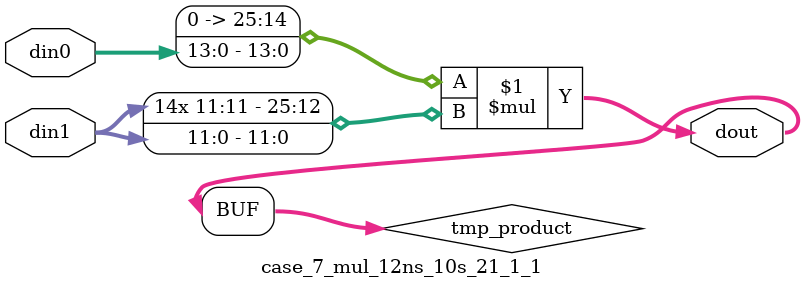
<source format=v>

`timescale 1 ns / 1 ps

 (* use_dsp = "no" *)  module case_7_mul_12ns_10s_21_1_1(din0, din1, dout);
parameter ID = 1;
parameter NUM_STAGE = 0;
parameter din0_WIDTH = 14;
parameter din1_WIDTH = 12;
parameter dout_WIDTH = 26;

input [din0_WIDTH - 1 : 0] din0; 
input [din1_WIDTH - 1 : 0] din1; 
output [dout_WIDTH - 1 : 0] dout;

wire signed [dout_WIDTH - 1 : 0] tmp_product;

























assign tmp_product = $signed({1'b0, din0}) * $signed(din1);










assign dout = tmp_product;





















endmodule

</source>
